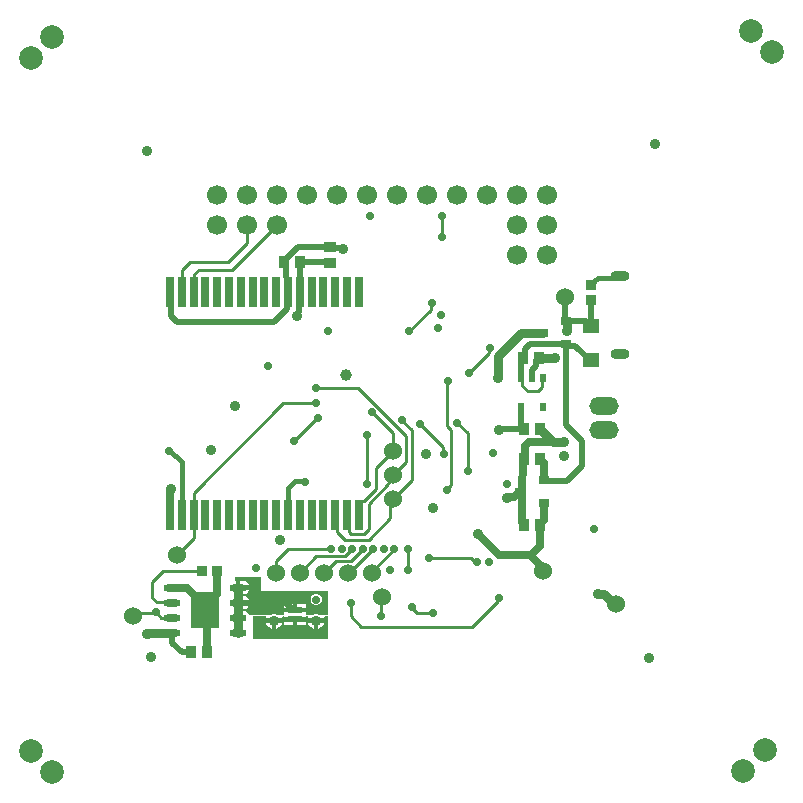
<source format=gbl>
G04*
G04 #@! TF.GenerationSoftware,Altium Limited,Altium Designer,21.0.8 (223)*
G04*
G04 Layer_Physical_Order=4*
G04 Layer_Color=16711680*
%FSLAX44Y44*%
%MOMM*%
G71*
G04*
G04 #@! TF.SameCoordinates,7CDD385B-C779-46FA-83BF-CCD77B293E39*
G04*
G04*
G04 #@! TF.FilePolarity,Positive*
G04*
G01*
G75*
%ADD16R,1.0000X0.9000*%
%ADD19R,0.9000X1.0000*%
%ADD21R,0.9500X0.8500*%
%ADD24R,0.9000X0.8000*%
%ADD73C,1.5240*%
%ADD74C,0.2540*%
%ADD75C,0.3810*%
%ADD76C,0.6350*%
%ADD77C,0.7620*%
%ADD78C,0.5080*%
%ADD80O,2.5000X1.5000*%
%ADD81C,2.0000*%
%ADD82C,1.7000*%
%ADD83O,1.6000X0.9000*%
%ADD84C,0.7000*%
%ADD85C,0.9000*%
%ADD91R,0.5500X0.8000*%
%ADD92R,1.4000X1.3000*%
%ADD93R,1.3000X0.5300*%
%ADD94R,0.6500X2.5400*%
%ADD95C,1.0000*%
%ADD96O,1.4500X0.6000*%
%ADD97R,2.4100X3.1000*%
%ADD98R,0.8500X0.9500*%
G36*
X-115570Y-157480D02*
X-58420D01*
Y-177800D01*
X-65767D01*
X-67432Y-177110D01*
X-69728D01*
X-71393Y-177800D01*
X-77320D01*
Y-175705D01*
X-95400D01*
Y-177800D01*
X-101327D01*
X-102992Y-177110D01*
X-105288D01*
X-106953Y-177800D01*
X-125594D01*
X-126566Y-176346D01*
X-128398Y-175121D01*
X-130560Y-174692D01*
X-132905D01*
Y-180340D01*
X-136715D01*
Y-174692D01*
X-137160D01*
Y-173288D01*
X-136715D01*
Y-167640D01*
Y-161992D01*
X-137160D01*
Y-160588D01*
X-136715D01*
Y-154940D01*
Y-149291D01*
X-137160D01*
Y-146050D01*
X-115570D01*
Y-157480D01*
D02*
G37*
G36*
X-58420Y-198120D02*
X-121920D01*
Y-178900D01*
X-111241D01*
X-110606Y-180000D01*
X-110700Y-180163D01*
X-110918Y-180975D01*
X-97362D01*
X-97580Y-180163D01*
X-97674Y-180000D01*
X-97039Y-178900D01*
X-95400D01*
Y-179895D01*
X-77320D01*
Y-178900D01*
X-75681D01*
X-75046Y-180000D01*
X-75140Y-180163D01*
X-75358Y-180975D01*
X-61802D01*
X-62020Y-180163D01*
X-62114Y-180000D01*
X-61479Y-178900D01*
X-58420D01*
Y-198120D01*
D02*
G37*
%LPC*%
G36*
X-130560Y-149291D02*
X-132905D01*
Y-153035D01*
X-125290D01*
X-125342Y-152778D01*
X-126566Y-150946D01*
X-128398Y-149721D01*
X-130560Y-149291D01*
D02*
G37*
G36*
X-125290Y-156845D02*
X-132905D01*
Y-160588D01*
X-130560D01*
X-128398Y-160159D01*
X-126566Y-158934D01*
X-125342Y-157102D01*
X-125290Y-156845D01*
D02*
G37*
G36*
X-130560Y-161992D02*
X-132905D01*
Y-165735D01*
X-125290D01*
X-125342Y-165478D01*
X-126566Y-163646D01*
X-128398Y-162421D01*
X-130560Y-161992D01*
D02*
G37*
G36*
X-67631Y-160330D02*
X-69529D01*
X-71282Y-161056D01*
X-72624Y-162398D01*
X-73350Y-164151D01*
Y-166049D01*
X-72624Y-167802D01*
X-71282Y-169144D01*
X-69529Y-169870D01*
X-67631D01*
X-65878Y-169144D01*
X-64536Y-167802D01*
X-63810Y-166049D01*
Y-164151D01*
X-64536Y-162398D01*
X-65878Y-161056D01*
X-67631Y-160330D01*
D02*
G37*
G36*
X-77320Y-168610D02*
X-84455D01*
Y-171895D01*
X-77320D01*
Y-168610D01*
D02*
G37*
G36*
X-88265D02*
X-95400D01*
Y-171895D01*
X-88265D01*
Y-168610D01*
D02*
G37*
G36*
X-125290Y-169545D02*
X-132905D01*
Y-173288D01*
X-130560D01*
X-128398Y-172859D01*
X-126566Y-171634D01*
X-125342Y-169802D01*
X-125290Y-169545D01*
D02*
G37*
G36*
X-77320Y-183705D02*
X-84455D01*
Y-186990D01*
X-77320D01*
Y-183705D01*
D02*
G37*
G36*
X-88265D02*
X-95400D01*
Y-186990D01*
X-88265D01*
Y-183705D01*
D02*
G37*
G36*
X-61802Y-184785D02*
X-66675D01*
Y-189658D01*
X-65863Y-189440D01*
X-64257Y-188513D01*
X-62947Y-187203D01*
X-62020Y-185597D01*
X-61802Y-184785D01*
D02*
G37*
G36*
X-70485D02*
X-75358D01*
X-75140Y-185597D01*
X-74213Y-187203D01*
X-72903Y-188513D01*
X-71297Y-189440D01*
X-70485Y-189658D01*
Y-184785D01*
D02*
G37*
G36*
X-97362D02*
X-102235D01*
Y-189658D01*
X-101423Y-189440D01*
X-99817Y-188513D01*
X-98507Y-187203D01*
X-97580Y-185597D01*
X-97362Y-184785D01*
D02*
G37*
G36*
X-106045D02*
X-110918D01*
X-110700Y-185597D01*
X-109773Y-187203D01*
X-108463Y-188513D01*
X-106857Y-189440D01*
X-106045Y-189658D01*
Y-184785D01*
D02*
G37*
%LPD*%
D16*
X-57150Y120250D02*
D03*
Y133750D02*
D03*
D19*
X107550Y-45720D02*
D03*
X121050D02*
D03*
Y-20320D02*
D03*
X107550D02*
D03*
X107150Y-101600D02*
D03*
X120650D02*
D03*
X106280Y39370D02*
D03*
X119780D02*
D03*
X-82550Y120650D02*
D03*
X-96050D02*
D03*
X-174390Y-209550D02*
D03*
X-160890D02*
D03*
D21*
X163830Y101600D02*
D03*
Y88600D02*
D03*
D24*
X104300Y-73660D02*
D03*
X124300Y-83160D02*
D03*
Y-64160D02*
D03*
X143350Y70460D02*
D03*
Y51460D02*
D03*
X123350Y60960D02*
D03*
D73*
X-41910Y-142240D02*
D03*
X-21590D02*
D03*
X-12700Y-162560D02*
D03*
X-223520Y-179070D02*
D03*
X-62230Y-142240D02*
D03*
X-82550D02*
D03*
X-102870D02*
D03*
X123190Y-140970D02*
D03*
X-3810Y-80010D02*
D03*
Y-39370D02*
D03*
Y-59690D02*
D03*
X-186690Y-127000D02*
D03*
X185420Y-168910D02*
D03*
X142240Y91440D02*
D03*
D74*
X-39370Y-132080D02*
X-29210Y-121920D01*
X-68580Y-128270D02*
X-44450D01*
X-52070Y-132080D02*
X-39370D01*
X-62230Y-142240D02*
X-52070Y-132080D01*
X-44450Y-128270D02*
X-38100Y-121920D01*
X-175260Y120650D02*
X-143510D01*
X-182369Y95281D02*
Y113541D01*
X-175260Y120650D01*
X-171668Y95982D02*
Y110272D01*
X-172400Y95250D02*
X-171668Y95982D01*
X-167640Y114300D02*
X-139700D01*
X-171668Y110272D02*
X-167640Y114300D01*
X-30480Y-187960D02*
X63500D01*
X-39370Y-179070D02*
X-30480Y-187960D01*
X63500D02*
X84366Y-167094D01*
X104800Y22160D02*
X105809Y21151D01*
Y16111D02*
Y21151D01*
Y16111D02*
X110490Y11430D01*
X119162D01*
X4376Y-13556D02*
X12700Y-21880D01*
X-3810Y-80010D02*
X12700Y-63500D01*
Y-21880D01*
X-3810Y-59690D02*
X7620Y-48260D01*
X-33368Y13970D02*
X7620Y-27018D01*
Y-48260D02*
Y-27018D01*
X-7447Y-66764D02*
X-3810Y-63127D01*
X-7447Y-67137D02*
Y-66764D01*
X-24130Y-105410D02*
Y-83820D01*
X-3810Y-63127D02*
Y-59690D01*
X-24130Y-83820D02*
X-7447Y-67137D01*
X-28380Y-81720D02*
X-17780Y-71120D01*
Y-53340D02*
X-3810Y-39370D01*
X-17780Y-71120D02*
Y-53340D01*
X-32400Y-93150D02*
Y-83700D01*
X-30420Y-81720D01*
X-28380D01*
X-82550Y-142240D02*
X-68580Y-128270D01*
X-221253Y-176803D02*
X-205323D01*
X-204470Y-175950D01*
X-223520Y-179070D02*
X-221253Y-176803D01*
X-13335Y-178435D02*
Y-163195D01*
X-12700Y-162560D01*
X-13970Y-179070D02*
X-13335Y-178435D01*
X-200080Y-180340D02*
X-190310D01*
X-204470Y-175950D02*
X-200080Y-180340D01*
X41910Y-17780D02*
X45410Y-21280D01*
X42327Y19467D02*
X43180Y20320D01*
X41910Y16602D02*
X42327Y17019D01*
X45410Y-68396D02*
Y-21280D01*
X42327Y17019D02*
Y19467D01*
X41910Y-17780D02*
Y16602D01*
X42267Y-71540D02*
X45410Y-68396D01*
X42267Y-72747D02*
Y-71540D01*
X59690Y-55880D02*
Y-24130D01*
X50800Y-15240D02*
X59690Y-24130D01*
X-2540Y-122555D02*
Y-121920D01*
X-21590Y-142240D02*
Y-141605D01*
X-2540Y-122555D01*
X-20668Y-121920D02*
X-20320D01*
X-41910Y-142240D02*
X-40988D01*
X-20668Y-121920D01*
X-92710D02*
X-55880D01*
X-102870Y-142240D02*
Y-132080D01*
X-92710Y-121920D01*
X-207228Y-163612D02*
Y-150078D01*
X-195886Y-167145D02*
X-195390Y-167640D01*
X-207228Y-163612D02*
X-203695Y-167145D01*
X-195886D01*
X-207228Y-150078D02*
X-198120Y-140970D01*
X-165250D01*
X-172400Y-112710D02*
Y-93150D01*
X-186690Y-127000D02*
X-172400Y-112710D01*
X-27940Y-109220D02*
X-24130Y-105410D01*
X-39236Y-109220D02*
X-27940D01*
X-42400Y-93150D02*
X-40724Y-94826D01*
Y-107732D02*
Y-94826D01*
Y-107732D02*
X-39236Y-109220D01*
X-44450Y-114300D02*
X-24130D01*
X-50871Y-107879D02*
X-44450Y-114300D01*
X-24130D02*
X-6240Y-96410D01*
X-68580Y13970D02*
X-33368D01*
X4376Y-13556D02*
Y-12990D01*
X-6240Y-82440D02*
X-3810Y-80010D01*
X-21590Y-6350D02*
X-21590D01*
X-3810Y-24130D01*
Y-39370D02*
Y-24130D01*
X-50871Y-107879D02*
Y-94679D01*
X-52400Y-93150D02*
X-50871Y-94679D01*
X-6240Y-96410D02*
Y-82440D01*
X28357Y80427D02*
Y85507D01*
X10160Y62230D02*
X28357Y80427D01*
Y85507D02*
X29210Y86360D01*
X38100Y142240D02*
Y160020D01*
X19050Y-16510D02*
X38517Y-35977D01*
Y-41057D02*
Y-35977D01*
Y-41057D02*
X39370Y-41910D01*
X8890Y-139700D02*
Y-121920D01*
X16510Y-176530D02*
Y-176343D01*
X12700Y-172533D02*
Y-171326D01*
Y-172533D02*
X16510Y-176343D01*
X-39370Y-179070D02*
Y-167640D01*
X-67945Y-11430D02*
X-67310D01*
X-86995Y-30480D02*
X-67945Y-11430D01*
X-87630Y-30480D02*
X-86995D01*
X-172400Y-74635D02*
X-96495Y1270D01*
X-68580D01*
X-172400Y-93150D02*
Y-74635D01*
X-25400Y-67310D02*
Y-25400D01*
X60960Y26670D02*
X77887Y43597D01*
Y47407D01*
X78740Y48260D01*
X122320Y14588D02*
Y20680D01*
X119162Y11430D02*
X122320Y14588D01*
Y20680D02*
X123800Y22160D01*
X-127000Y137160D02*
Y152400D01*
X-143510Y120650D02*
X-127000Y137160D01*
X-182400Y95250D02*
X-182369Y95281D01*
X-139700Y114300D02*
X-101600Y152400D01*
X84366Y-167031D02*
X86360Y-165037D01*
X84366Y-167094D02*
Y-167031D01*
X86360Y-165037D02*
Y-163830D01*
X16510Y-176530D02*
X30480D01*
X62293Y-129540D02*
X66103Y-133350D01*
X26670Y-129540D02*
X62293D01*
X66103Y-133350D02*
X67310D01*
D75*
X163830Y101600D02*
X164330D01*
X166675Y103945D02*
Y104445D01*
X169776Y107546D02*
X181901D01*
X183556Y109200D02*
X188460D01*
X181901Y107546D02*
X183556Y109200D01*
X166675Y104445D02*
X169776Y107546D01*
X164330Y101600D02*
X166675Y103945D01*
X-86360Y-64770D02*
X-78740D01*
X-78327Y-65183D01*
X-92400Y-70810D02*
X-86360Y-64770D01*
X-92400Y-93150D02*
Y-70810D01*
X-187399Y-43741D02*
X-182400Y-48740D01*
X-188130Y-43741D02*
X-187399D01*
X-193365Y-39370D02*
X-192502D01*
X-188130Y-43741D01*
X-182400Y-93150D02*
Y-48740D01*
D76*
X107867Y-35470D02*
X111587Y-31750D01*
X140970D01*
X107867Y-45402D02*
Y-35470D01*
X99227Y-78233D02*
X103800Y-73660D01*
X92710Y-78740D02*
X93217Y-78233D01*
X103800Y-73660D02*
X104300D01*
X93217Y-78233D02*
X99227D01*
X-192325Y-93075D02*
Y-72392D01*
X-191770Y-71837D02*
Y-71120D01*
X-192400Y-93150D02*
X-192325Y-93075D01*
Y-72392D02*
X-191770Y-71837D01*
X-162560Y-173990D02*
X-160890Y-175660D01*
Y-209550D02*
Y-175660D01*
X-185885Y-155115D02*
X-185684Y-155316D01*
X-171435Y-161665D02*
X-171435D01*
X-177784Y-155316D02*
X-171435Y-161665D01*
X-186235Y-155115D02*
X-185885D01*
X-185684Y-155316D02*
X-177784D01*
X-171435Y-161665D02*
X-162560Y-170540D01*
Y-173990D02*
Y-170540D01*
X-155850Y-163830D02*
X-152250Y-160230D01*
Y-140970D01*
X-156210Y-163830D02*
X-155850D01*
X113030Y-128404D02*
X123190Y-138564D01*
Y-140970D02*
Y-138564D01*
X113030Y-128404D02*
Y-127000D01*
X120650Y-119380D02*
Y-101100D01*
X113030Y-127000D02*
X120650Y-119380D01*
X86360Y-127000D02*
X113030D01*
X68580Y-109220D02*
X86360Y-127000D01*
X106783Y-101967D02*
X107150Y-101600D01*
X107550Y-45720D02*
X107867Y-45402D01*
X105625Y-74485D02*
X105825Y-99775D01*
X104300Y-73660D02*
X105625Y-74485D01*
X105825Y-99775D02*
X107150Y-101600D01*
X105625Y-72835D02*
X106225Y-47545D01*
X107550Y-45720D01*
X104300Y-73660D02*
X105625Y-72835D01*
X121050Y-46220D02*
X124300Y-49470D01*
Y-64160D02*
Y-49470D01*
X121050Y-46220D02*
Y-45720D01*
X124300Y-97450D02*
Y-83160D01*
X120650Y-101100D02*
X124300Y-97450D01*
D77*
X105220Y60770D02*
X123160D01*
X85354Y40904D02*
X105220Y60770D01*
X85354Y23124D02*
Y40904D01*
X174732Y-160284D02*
X183358Y-168910D01*
X170180Y-160020D02*
X170444Y-160284D01*
X183358Y-168910D02*
X185420D01*
X170444Y-160284D02*
X174732D01*
X-210446Y-193040D02*
X-190310D01*
X-211716Y-194310D02*
X-210446Y-193040D01*
X-212090Y-194310D02*
X-211716D01*
X-134810Y-180340D02*
Y-167640D01*
Y-193040D02*
Y-180340D01*
Y-167640D02*
Y-154940D01*
X131716Y-31486D02*
X140706D01*
X140970Y-31750D01*
X121050Y-20820D02*
X131716Y-31486D01*
X121050Y-20820D02*
Y-20320D01*
X85090Y22860D02*
X85354Y23124D01*
X123160Y60770D02*
X123350Y60960D01*
X143430Y62310D02*
Y70380D01*
X143350Y70460D02*
X143430Y70380D01*
Y62310D02*
X143510Y62230D01*
X119780Y39370D02*
X133350D01*
D78*
X143350Y51460D02*
X144810Y50000D01*
X150900D02*
X163330Y37570D01*
X144810Y50000D02*
X150900D01*
X108240Y41330D02*
Y47280D01*
X112420Y51460D02*
X143350D01*
X106280Y39370D02*
X108240Y41330D01*
Y47280D02*
X112420Y51460D01*
X-182537Y-209893D02*
X-174733D01*
X-174390Y-209550D01*
X-190964Y-201466D02*
X-182537Y-209893D01*
X-190964Y-201466D02*
Y-193465D01*
X143350Y70460D02*
X159940D01*
X163830Y66570D01*
Y88600D01*
X142240Y71920D02*
X143350Y70460D01*
X142240Y71920D02*
Y91440D01*
X-134810Y-167640D02*
X-93980D01*
X-88900Y-172720D01*
X-191690Y74850D02*
Y94540D01*
Y74850D02*
X-186690Y69850D01*
X-104140D01*
X-192400Y95250D02*
X-191690Y94540D01*
X-104140Y69850D02*
X-93110Y80880D01*
Y94540D01*
X-92400Y95250D01*
X-56230Y132830D02*
X-46470D01*
X-57150Y133750D02*
X-56230Y132830D01*
X-46470D02*
X-45720Y132080D01*
X-83110Y94690D02*
X-82475Y95325D01*
X-83110Y78004D02*
Y94690D01*
X-85107Y74947D02*
Y76008D01*
X-83110Y78004D01*
X124300Y-64160D02*
X124910Y-64770D01*
X143510D01*
X156210Y-52070D01*
Y-30480D01*
X143350Y-17620D02*
X156210Y-30480D01*
X143350Y-17620D02*
Y51460D01*
X105010Y22370D02*
Y38600D01*
X117820Y32730D02*
Y37410D01*
X119780Y39370D01*
X114510Y22370D02*
Y29420D01*
X117820Y32730D01*
X114300Y22160D02*
X114510Y22370D01*
X106915Y-20955D02*
X107550Y-20320D01*
X86995Y-20955D02*
X106915D01*
X86360Y-21590D02*
X86995Y-20955D01*
X163330Y37570D02*
X163830D01*
X104800Y22160D02*
X105010Y22370D01*
X104800Y-17070D02*
X107550Y-19820D01*
X104800Y-17070D02*
Y-1840D01*
X107550Y-20320D02*
Y-19820D01*
X-93110Y95960D02*
X-92400Y95250D01*
X-93980Y108386D02*
Y115214D01*
X-93110Y95960D02*
Y107516D01*
X-93980Y108386D02*
X-93110Y107516D01*
X-94090Y115324D02*
X-93980Y115214D01*
X-94090Y115324D02*
Y118190D01*
X-96050Y120150D02*
X-94090Y118190D01*
X-96050Y120150D02*
Y120650D01*
X-94090Y122610D02*
Y123639D01*
X-83979Y133750D02*
X-57150D01*
X-94090Y123639D02*
X-83979Y133750D01*
X-96050Y120650D02*
X-94090Y122610D01*
X-82475Y120575D02*
X-82350Y120450D01*
X-82550Y120650D02*
X-82475Y120575D01*
X-82350Y120450D02*
X-57350D01*
X-57150Y120250D01*
X-82475Y95325D02*
Y120575D01*
D80*
X175260Y-21430D02*
D03*
Y-1430D02*
D03*
D81*
X-310061Y293190D02*
D03*
X-292100Y311150D02*
D03*
Y-311150D02*
D03*
X-310061Y-293190D02*
D03*
X299540Y316411D02*
D03*
X317500Y298450D02*
D03*
X311150Y-292100D02*
D03*
X293190Y-310061D02*
D03*
D82*
X-152400Y177800D02*
D03*
X-101600D02*
D03*
X-152400Y152400D02*
D03*
X-127000D02*
D03*
Y177800D02*
D03*
X-101600Y152400D02*
D03*
X127000Y177800D02*
D03*
Y127000D02*
D03*
X101600D02*
D03*
X127000Y152400D02*
D03*
X101600D02*
D03*
Y177800D02*
D03*
X-25400D02*
D03*
X-50800D02*
D03*
X-76200D02*
D03*
X0D02*
D03*
X25400D02*
D03*
X50800D02*
D03*
X76200D02*
D03*
D83*
X188460Y43200D02*
D03*
Y109200D02*
D03*
D84*
X-46990Y-121920D02*
D03*
X77841Y-133458D02*
D03*
X-13970Y-179070D02*
D03*
X42267Y-72747D02*
D03*
X43180Y20320D02*
D03*
X59690Y-55880D02*
D03*
X-204470Y-175950D02*
D03*
X-119380Y-138430D02*
D03*
X4376Y-12990D02*
D03*
X-21590Y-6350D02*
D03*
X-2540Y-121920D02*
D03*
X-11430D02*
D03*
X-20320D02*
D03*
X-55880D02*
D03*
X-29210D02*
D03*
X-38100D02*
D03*
X-22860Y160020D02*
D03*
X166370Y-105410D02*
D03*
X-68580Y-165100D02*
D03*
X29210Y86360D02*
D03*
X34290Y64770D02*
D03*
X10160Y62230D02*
D03*
X92710Y-67310D02*
D03*
X38100Y160020D02*
D03*
Y142240D02*
D03*
X39370Y-41910D02*
D03*
X19050Y-16510D02*
D03*
X8890Y-121920D02*
D03*
X12700Y-171326D02*
D03*
X-39370Y-167640D02*
D03*
X36830Y76200D02*
D03*
X81280Y-40640D02*
D03*
X-87630Y-30480D02*
D03*
X-67310Y-11430D02*
D03*
X-68580Y1270D02*
D03*
Y13970D02*
D03*
X-25400Y-67310D02*
D03*
X78740Y48260D02*
D03*
X60960Y26670D02*
D03*
X-58420Y62230D02*
D03*
X-78327Y-65183D02*
D03*
X-25400Y-25400D02*
D03*
X50800Y-15240D02*
D03*
X-109220Y33020D02*
D03*
X-193365Y-39370D02*
D03*
X86360Y-163830D02*
D03*
X30480Y-176530D02*
D03*
X8890Y-139700D02*
D03*
X-6350D02*
D03*
X67310Y-133350D02*
D03*
X26670Y-129540D02*
D03*
D85*
X-156210Y-179070D02*
D03*
X170180Y-160020D02*
D03*
X-212090Y214630D02*
D03*
X-208280Y-213360D02*
D03*
X213360Y-214630D02*
D03*
X-68580Y-182880D02*
D03*
X-104140D02*
D03*
X-99456Y-114300D02*
D03*
X92710Y-78740D02*
D03*
X-212090Y-194310D02*
D03*
X-191770Y-71120D02*
D03*
X-167640Y-179070D02*
D03*
X-156210Y-163830D02*
D03*
X-45720Y132080D02*
D03*
X-85107Y74947D02*
D03*
X68580Y-109220D02*
D03*
X86360Y-21590D02*
D03*
X140970Y-31750D02*
D03*
Y-43180D02*
D03*
X218440Y220980D02*
D03*
X30084Y-87630D02*
D03*
X143510Y62230D02*
D03*
X-157480Y-38100D02*
D03*
X24130Y-41910D02*
D03*
X133350Y39370D02*
D03*
X85090Y22860D02*
D03*
X-137160Y-1270D02*
D03*
D91*
X123800Y-1840D02*
D03*
Y22160D02*
D03*
X104800D02*
D03*
Y-1840D02*
D03*
X114300Y22160D02*
D03*
D92*
X163830Y37570D02*
D03*
Y66570D02*
D03*
D93*
X-86360Y-173800D02*
D03*
Y-181800D02*
D03*
D94*
X-32400Y95250D02*
D03*
Y-93150D02*
D03*
X-182400Y95250D02*
D03*
X-172400D02*
D03*
X-162400D02*
D03*
X-152400D02*
D03*
X-142400D02*
D03*
X-132400D02*
D03*
X-122400D02*
D03*
X-112400D02*
D03*
X-102400D02*
D03*
X-72400D02*
D03*
X-62400D02*
D03*
X-52400D02*
D03*
X-42400D02*
D03*
Y-93150D02*
D03*
X-52400D02*
D03*
X-62400D02*
D03*
X-72400D02*
D03*
X-82400D02*
D03*
X-102400D02*
D03*
X-112400D02*
D03*
X-122400D02*
D03*
X-132400D02*
D03*
X-142400D02*
D03*
X-152400D02*
D03*
X-162400D02*
D03*
X-172400D02*
D03*
X-182400D02*
D03*
X-82400Y95250D02*
D03*
X-192400Y-93150D02*
D03*
X-92400D02*
D03*
X-192400Y95250D02*
D03*
X-92400D02*
D03*
D95*
X-42900Y25400D02*
D03*
D96*
X-134810Y-154940D02*
D03*
Y-167640D02*
D03*
Y-180340D02*
D03*
Y-193040D02*
D03*
X-190310Y-167640D02*
D03*
Y-180340D02*
D03*
Y-193040D02*
D03*
Y-154940D02*
D03*
D97*
X-162560Y-173990D02*
D03*
D98*
X-165250Y-140970D02*
D03*
X-152250D02*
D03*
M02*

</source>
